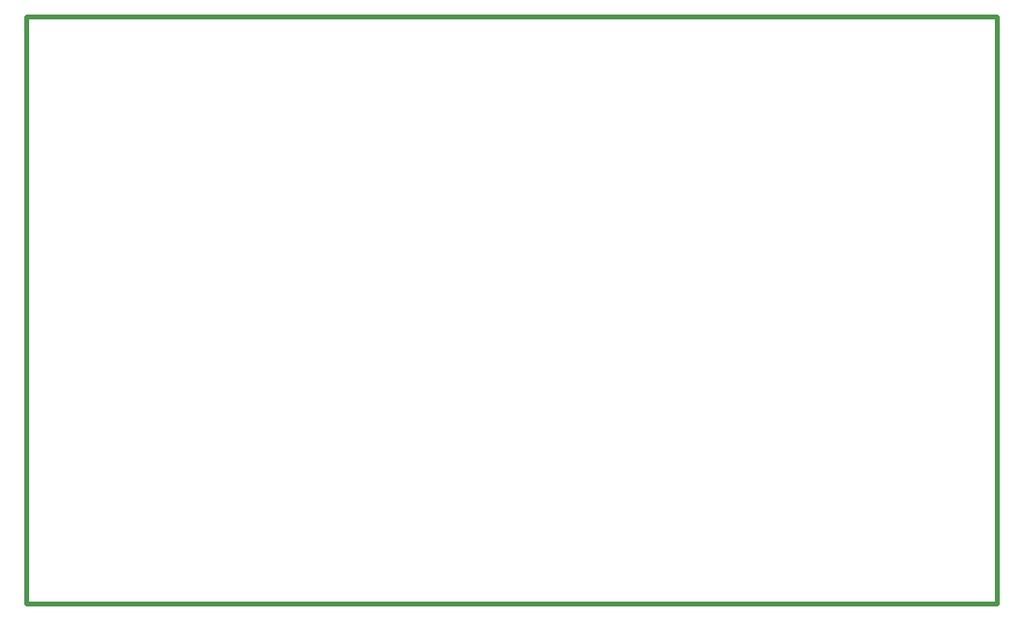
<source format=gbr>
%TF.GenerationSoftware,KiCad,Pcbnew,7.0.1*%
%TF.CreationDate,2023-06-29T12:07:24-05:00*%
%TF.ProjectId,ChocoBox,43686f63-6f42-46f7-982e-6b696361645f,rev?*%
%TF.SameCoordinates,Original*%
%TF.FileFunction,Profile,NP*%
%FSLAX46Y46*%
G04 Gerber Fmt 4.6, Leading zero omitted, Abs format (unit mm)*
G04 Created by KiCad (PCBNEW 7.0.1) date 2023-06-29 12:07:24*
%MOMM*%
%LPD*%
G01*
G04 APERTURE LIST*
%TA.AperFunction,Profile*%
%ADD10C,0.500000*%
%TD*%
G04 APERTURE END LIST*
D10*
X61468000Y-37084000D02*
X163068000Y-37084000D01*
X163068000Y-98552000D01*
X61468000Y-98552000D01*
X61468000Y-37084000D01*
M02*

</source>
